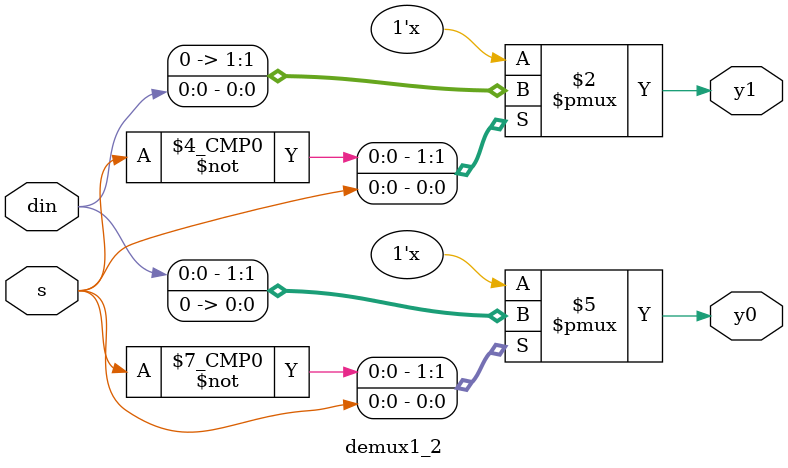
<source format=v>
module demux1_2(input din,input s, output reg y0,y1);
  always@(*) begin
    case(s)
      1'b0: begin
        y0 = din;
        y1 = 1'b0;
      end
      1'b1: begin
        y0 = 1'b0;
        y1 = din;
      end
    endcase
  end
endmodule

</source>
